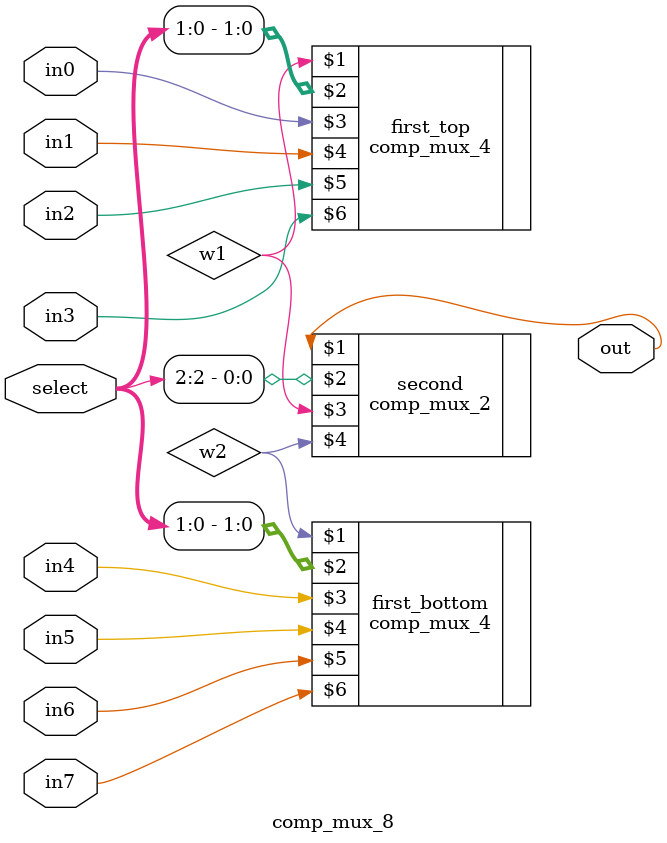
<source format=v>

module comp_mux_8(out, select, in0, in1, in2, in3, in4, in5, in6, in7);
    input [2:0] select;
    input in0, in1, in2, in3, in4, in5, in6, in7;
    output out;
    wire w1, w2;

    comp_mux_4 first_top(w1, select[1:0], in0, in1, in2, in3);
    comp_mux_4 first_bottom(w2, select[1:0], in4, in5, in6, in7);
    comp_mux_2 second(out, select[2], w1, w2);

endmodule
</source>
